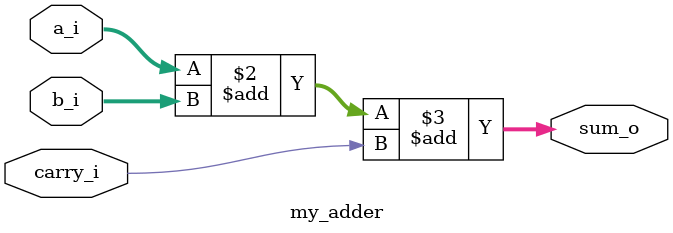
<source format=sv>
/*
  simple addition in SystemVerilog
*/  


module my_adder  (
  input [3:0] a_i,
  input [3:0] b_i,
  input carry_i,
  output [3:0] sum_o
);


always_comb begin
  sum_o = a_i + b_i + carry_i;
end

endmodule

</source>
